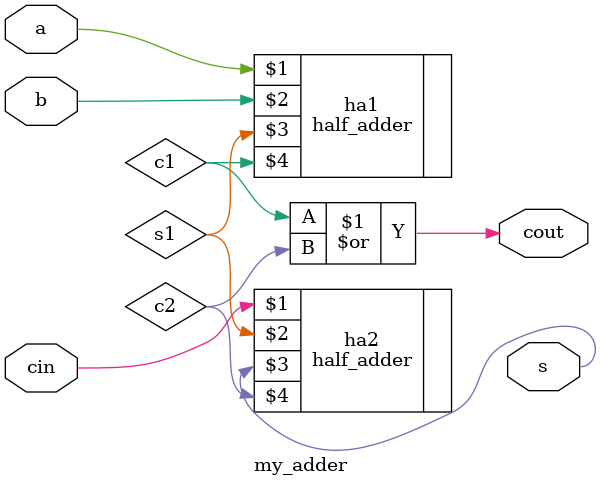
<source format=v>
module my_adder(a,b,cin,s,cout);
input a,b,cin;
output s,cout;
wire s1,c1,c2;
half_adder ha1(a,b,s1,c1);
half_adder ha2(cin,s1,s,c2);
or(cout,c1,c2);
endmodule
</source>
